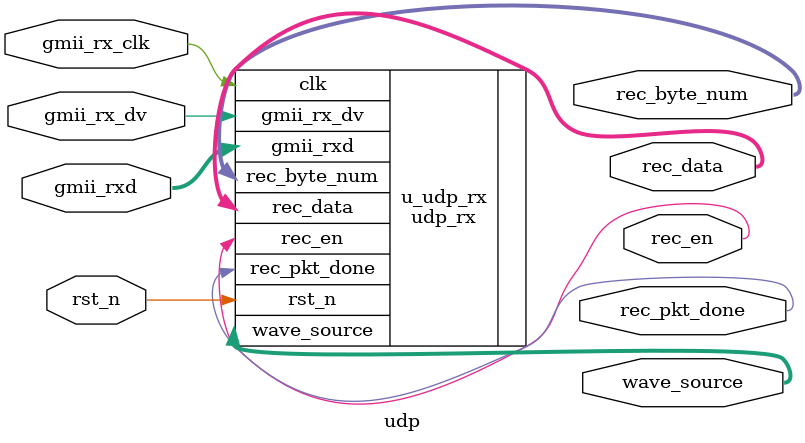
<source format=v>

module udp(
    input                rst_n       , //¸´Î»ÐÅºÅ£¬µÍµçÆ½ÓÐÐ§
    //GMII½Ó¿Ú
    input                gmii_rx_clk , //GMII½ÓÊÕÊý¾ÝÊ±ÖÓ
    input                gmii_rx_dv  , //GMIIÊäÈëÊý¾ÝÓÐÐ§ÐÅºÅ
    input        [7:0]   gmii_rxd    , //GMIIÊäÈëÊý¾Ý
    //ÓÃ»§½Ó¿Ú
    output               rec_pkt_done, //ÒÔÌ«Íøµ¥°üÊý¾Ý½ÓÊÕÍê³ÉÐÅºÅ
    output               rec_en      , //ÒÔÌ«Íø½ÓÊÕµÄÊý¾ÝÊ¹ÄÜÐÅºÅ
    output       [ 7:0]  rec_data    , //ÒÔÌ«Íø½ÓÊÕµÄÊý¾Ý
    output       [15:0]  rec_byte_num, //ÒÔÌ«Íø½ÓÊÕµÄÓÐÐ§×Ö½ÚÊý µ¥Î»:byte
	output		 [1:0]	 wave_source 	//½ÓÊÕÔ´£¬01ÊÇA¶Ë£¬10ÊÇB¶Ë
    );

//parameter define
//¿ª·¢°åMACµØÖ· 00-11-22-33-44-55
parameter BOARD_MAC = 48'h00_11_22_33_44_55;    
//¿ª·¢°åIPµØÖ· 192.168.1.10     
parameter BOARD_IP  = {8'd192,8'd168,8'd1,8'd10};
//AµÄMACµØÖ· ff_ff_ff_ff_ff_ff
parameter  DES_MAC_A  = 48'hff_ff_ff_ff_ff_ff;
//BµÄMACµØÖ· ff_ff_ff_ff_ff_ff  
parameter  DES_MAC_B  = 48'hff_ff_ff_ff_ff_ff;

//*****************************************************
//**                    main code
//*****************************************************

//ÒÔÌ«Íø½ÓÊÕÄ£¿é    
udp_rx 
   #(
    .BOARD_MAC       (BOARD_MAC),         //²ÎÊýÀý»¯
    .BOARD_IP        (BOARD_IP ),
	.DES_MAC_A		 (DES_MAC_A),
	.DES_MAC_B		 (DES_MAC_B)
    )
   u_udp_rx(
    .clk             (gmii_rx_clk ),        
    .rst_n           (rst_n       ),             
    .gmii_rx_dv      (gmii_rx_dv  ),                                 
    .gmii_rxd        (gmii_rxd    ),       
    .rec_pkt_done    (rec_pkt_done),      
    .rec_en          (rec_en      ),            
    .rec_data        (rec_data    ),          
    .rec_byte_num    (rec_byte_num),
	.wave_source	 (wave_source )
    );                                    

endmodule
</source>
